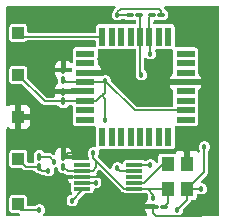
<source format=gtl>
G04 #@! TF.GenerationSoftware,KiCad,Pcbnew,(6.0.9)*
G04 #@! TF.CreationDate,2024-04-27T20:04:49+10:00*
G04 #@! TF.ProjectId,DFO,44464f2e-6b69-4636-9164-5f7063625858,rev?*
G04 #@! TF.SameCoordinates,Original*
G04 #@! TF.FileFunction,Copper,L1,Top*
G04 #@! TF.FilePolarity,Positive*
%FSLAX46Y46*%
G04 Gerber Fmt 4.6, Leading zero omitted, Abs format (unit mm)*
G04 Created by KiCad (PCBNEW (6.0.9)) date 2024-04-27 20:04:49*
%MOMM*%
%LPD*%
G01*
G04 APERTURE LIST*
G04 Aperture macros list*
%AMRoundRect*
0 Rectangle with rounded corners*
0 $1 Rounding radius*
0 $2 $3 $4 $5 $6 $7 $8 $9 X,Y pos of 4 corners*
0 Add a 4 corners polygon primitive as box body*
4,1,4,$2,$3,$4,$5,$6,$7,$8,$9,$2,$3,0*
0 Add four circle primitives for the rounded corners*
1,1,$1+$1,$2,$3*
1,1,$1+$1,$4,$5*
1,1,$1+$1,$6,$7*
1,1,$1+$1,$8,$9*
0 Add four rect primitives between the rounded corners*
20,1,$1+$1,$2,$3,$4,$5,0*
20,1,$1+$1,$4,$5,$6,$7,0*
20,1,$1+$1,$6,$7,$8,$9,0*
20,1,$1+$1,$8,$9,$2,$3,0*%
G04 Aperture macros list end*
G04 #@! TA.AperFunction,SMDPad,CuDef*
%ADD10RoundRect,0.100000X0.100000X-0.217500X0.100000X0.217500X-0.100000X0.217500X-0.100000X-0.217500X0*%
G04 #@! TD*
G04 #@! TA.AperFunction,SMDPad,CuDef*
%ADD11R,1.000000X1.000000*%
G04 #@! TD*
G04 #@! TA.AperFunction,SMDPad,CuDef*
%ADD12RoundRect,0.100000X-0.100000X0.217500X-0.100000X-0.217500X0.100000X-0.217500X0.100000X0.217500X0*%
G04 #@! TD*
G04 #@! TA.AperFunction,SMDPad,CuDef*
%ADD13RoundRect,0.100000X0.217500X0.100000X-0.217500X0.100000X-0.217500X-0.100000X0.217500X-0.100000X0*%
G04 #@! TD*
G04 #@! TA.AperFunction,SMDPad,CuDef*
%ADD14RoundRect,0.100000X-0.217500X-0.100000X0.217500X-0.100000X0.217500X0.100000X-0.217500X0.100000X0*%
G04 #@! TD*
G04 #@! TA.AperFunction,SMDPad,CuDef*
%ADD15R,1.600000X0.550000*%
G04 #@! TD*
G04 #@! TA.AperFunction,SMDPad,CuDef*
%ADD16R,0.550000X1.600000*%
G04 #@! TD*
G04 #@! TA.AperFunction,SMDPad,CuDef*
%ADD17R,1.400000X0.300000*%
G04 #@! TD*
G04 #@! TA.AperFunction,SMDPad,CuDef*
%ADD18R,1.100000X1.300000*%
G04 #@! TD*
G04 #@! TA.AperFunction,ViaPad*
%ADD19C,0.457200*%
G04 #@! TD*
G04 #@! TA.AperFunction,Conductor*
%ADD20C,0.152400*%
G04 #@! TD*
G04 APERTURE END LIST*
D10*
X122936000Y-89561500D03*
X122936000Y-88746500D03*
D11*
X119126000Y-92710000D03*
D10*
X122936000Y-96927500D03*
X122936000Y-96112500D03*
D12*
X120904000Y-96112500D03*
X120904000Y-96927500D03*
D13*
X131217500Y-84074000D03*
X130402500Y-84074000D03*
D14*
X128549000Y-84074000D03*
X129364000Y-84074000D03*
D11*
X119126000Y-89154000D03*
X119126000Y-100076000D03*
D15*
X124782000Y-87370000D03*
X124782000Y-88170000D03*
X124782000Y-88970000D03*
X124782000Y-89770000D03*
X124782000Y-90570000D03*
X124782000Y-91370000D03*
X124782000Y-92170000D03*
X124782000Y-92970000D03*
D16*
X126232000Y-94420000D03*
X127032000Y-94420000D03*
X127832000Y-94420000D03*
X128632000Y-94420000D03*
X129432000Y-94420000D03*
X130232000Y-94420000D03*
X131032000Y-94420000D03*
X131832000Y-94420000D03*
D15*
X133282000Y-92970000D03*
X133282000Y-92170000D03*
X133282000Y-91370000D03*
X133282000Y-90570000D03*
X133282000Y-89770000D03*
X133282000Y-88970000D03*
X133282000Y-88170000D03*
X133282000Y-87370000D03*
D16*
X131832000Y-85920000D03*
X131032000Y-85920000D03*
X130232000Y-85920000D03*
X129432000Y-85920000D03*
X128632000Y-85920000D03*
X127832000Y-85920000D03*
X127032000Y-85920000D03*
X126232000Y-85920000D03*
D11*
X119126000Y-96266000D03*
D17*
X128946000Y-98790000D03*
X128946000Y-98290000D03*
X128946000Y-97790000D03*
X128946000Y-97290000D03*
X128946000Y-96790000D03*
X124546000Y-96790000D03*
X124546000Y-97290000D03*
X124546000Y-97790000D03*
X124546000Y-98290000D03*
X124546000Y-98790000D03*
D11*
X119126000Y-85598000D03*
D10*
X122936000Y-91415000D03*
X122936000Y-90600000D03*
D18*
X133413000Y-98840000D03*
X133413000Y-96740000D03*
X131763000Y-96740000D03*
X131763000Y-98840000D03*
D13*
X131471500Y-100330000D03*
X130656500Y-100330000D03*
D19*
X121920000Y-93980000D03*
X126492000Y-89662000D03*
X126492000Y-92964000D03*
X127508000Y-84074000D03*
X130556000Y-99568000D03*
X125476000Y-95758000D03*
X121666000Y-97282000D03*
X125683700Y-98298000D03*
X120904000Y-100584000D03*
X127508000Y-97028000D03*
X129540000Y-89154000D03*
X130302000Y-96774000D03*
X130302000Y-87376000D03*
X122174000Y-96520000D03*
X123687050Y-99811050D03*
X132588000Y-100584000D03*
X134620000Y-98806000D03*
X134874000Y-95250000D03*
D20*
X119448000Y-85920000D02*
X119126000Y-85598000D01*
X126232000Y-85920000D02*
X119448000Y-85920000D01*
X135636000Y-100076000D02*
X135636000Y-94742000D01*
X133096000Y-95504000D02*
X133413000Y-95821000D01*
X130656500Y-100330000D02*
X130556000Y-100430500D01*
X124546000Y-97790000D02*
X126238000Y-97790000D01*
X133350000Y-93980000D02*
X133096000Y-94234000D01*
X134620000Y-101092000D02*
X135636000Y-100076000D01*
X133413000Y-95821000D02*
X133413000Y-96740000D01*
X126238000Y-97790000D02*
X126492000Y-98044000D01*
X130810000Y-101092000D02*
X134620000Y-101092000D01*
X135636000Y-94742000D02*
X134874000Y-93980000D01*
X130556000Y-100430500D02*
X130556000Y-100838000D01*
X123952000Y-95758000D02*
X123290500Y-95758000D01*
X130556000Y-100838000D02*
X130810000Y-101092000D01*
X133096000Y-94234000D02*
X133096000Y-95504000D01*
X123290500Y-95758000D02*
X122936000Y-96112500D01*
X134874000Y-93980000D02*
X133350000Y-93980000D01*
X126492000Y-89662000D02*
X126384000Y-89770000D01*
X127780200Y-83547800D02*
X131045800Y-83547800D01*
X131471500Y-100330000D02*
X131763000Y-100038500D01*
X124546000Y-97290000D02*
X125408400Y-97290000D01*
X126492000Y-92964000D02*
X126492000Y-91186000D01*
X122936000Y-91415000D02*
X121387000Y-91415000D01*
X125476000Y-96182400D02*
X125476000Y-95758000D01*
X125408400Y-97290000D02*
X125730000Y-96968400D01*
X128549000Y-84074000D02*
X127508000Y-84074000D01*
X133282000Y-92170000D02*
X129000000Y-92170000D01*
X128083600Y-98790000D02*
X125644800Y-96351200D01*
X124782000Y-91370000D02*
X125734400Y-91370000D01*
X130082000Y-98840000D02*
X130556000Y-99314000D01*
X128946000Y-98790000D02*
X128083600Y-98790000D01*
X130776000Y-98840000D02*
X130082000Y-98840000D01*
X121387000Y-91415000D02*
X119126000Y-89154000D01*
X129000000Y-92170000D02*
X126492000Y-89662000D01*
X127508000Y-83820000D02*
X127780200Y-83547800D01*
X128996000Y-98840000D02*
X128946000Y-98790000D01*
X125734400Y-91370000D02*
X126205200Y-90899200D01*
X125730000Y-96968400D02*
X125730000Y-96436400D01*
X130082000Y-98840000D02*
X128996000Y-98840000D01*
X123298500Y-97290000D02*
X122936000Y-96927500D01*
X127508000Y-84074000D02*
X127508000Y-83820000D01*
X126384000Y-89770000D02*
X124782000Y-89770000D01*
X126205200Y-90899200D02*
X126426400Y-90678000D01*
X130556000Y-99314000D02*
X130556000Y-99568000D01*
X124546000Y-97290000D02*
X123298500Y-97290000D01*
X131763000Y-98840000D02*
X130776000Y-98840000D01*
X126426400Y-89727600D02*
X126492000Y-89662000D01*
X123144500Y-89770000D02*
X124782000Y-89770000D01*
X124782000Y-91370000D02*
X122981000Y-91370000D01*
X126492000Y-91186000D02*
X126205200Y-90899200D01*
X126426400Y-90678000D02*
X126426400Y-89727600D01*
X131217500Y-83719500D02*
X131217500Y-84074000D01*
X122981000Y-91370000D02*
X122936000Y-91415000D01*
X125644800Y-96351200D02*
X125476000Y-96182400D01*
X131045800Y-83547800D02*
X131217500Y-83719500D01*
X122936000Y-89561500D02*
X123144500Y-89770000D01*
X131763000Y-100038500D02*
X131763000Y-98840000D01*
X125730000Y-96436400D02*
X125644800Y-96351200D01*
X121158000Y-97282000D02*
X120904000Y-97028000D01*
X120904000Y-97028000D02*
X120904000Y-96927500D01*
X119787500Y-96927500D02*
X119126000Y-96266000D01*
X120904000Y-96927500D02*
X119787500Y-96927500D01*
X121666000Y-97282000D02*
X121158000Y-97282000D01*
X120904000Y-100584000D02*
X119380000Y-100584000D01*
X119380000Y-100584000D02*
X119126000Y-100330000D01*
X125675700Y-98290000D02*
X125683700Y-98298000D01*
X124546000Y-98290000D02*
X125675700Y-98290000D01*
X119126000Y-100330000D02*
X119126000Y-100076000D01*
X128946000Y-97290000D02*
X127770000Y-97290000D01*
X129432000Y-84142000D02*
X129432000Y-85920000D01*
X127770000Y-97290000D02*
X127508000Y-97028000D01*
X129364000Y-84074000D02*
X129432000Y-84142000D01*
X129432000Y-89046000D02*
X129432000Y-85920000D01*
X129540000Y-89154000D02*
X129432000Y-89046000D01*
X128946000Y-96790000D02*
X130286000Y-96790000D01*
X130286000Y-96790000D02*
X130302000Y-96774000D01*
X130302000Y-87376000D02*
X130302000Y-85990000D01*
X130402500Y-84074000D02*
X130232000Y-84244500D01*
X130302000Y-85990000D02*
X130232000Y-85920000D01*
X130232000Y-84244500D02*
X130232000Y-85920000D01*
X122174000Y-96520000D02*
X121766500Y-96112500D01*
X121766500Y-96112500D02*
X120904000Y-96112500D01*
X124546000Y-98952100D02*
X123687050Y-99811050D01*
X124546000Y-98790000D02*
X124546000Y-98952100D01*
X128946000Y-98290000D02*
X129802000Y-98290000D01*
X131352000Y-96740000D02*
X131763000Y-96740000D01*
X129802000Y-98290000D02*
X131352000Y-96740000D01*
X133413000Y-98840000D02*
X134874000Y-97379000D01*
X134874000Y-97379000D02*
X134874000Y-95250000D01*
X133413000Y-99759000D02*
X132588000Y-100584000D01*
X134620000Y-98806000D02*
X133447000Y-98806000D01*
X133447000Y-98806000D02*
X133413000Y-98840000D01*
X133413000Y-98840000D02*
X133413000Y-99759000D01*
G04 #@! TA.AperFunction,Conductor*
G36*
X136089621Y-83328502D02*
G01*
X136136114Y-83382158D01*
X136147500Y-83434500D01*
X136147500Y-100969500D01*
X136127498Y-101037621D01*
X136073842Y-101084114D01*
X136021500Y-101095500D01*
X133055283Y-101095500D01*
X132987162Y-101075498D01*
X132940669Y-101021842D01*
X132930565Y-100951568D01*
X132961868Y-100884945D01*
X132983249Y-100861324D01*
X132983250Y-100861323D01*
X132989277Y-100854664D01*
X132996490Y-100839778D01*
X133045199Y-100739241D01*
X133045199Y-100739240D01*
X133049114Y-100731160D01*
X133071883Y-100595826D01*
X133074090Y-100596197D01*
X133096670Y-100538750D01*
X133107106Y-100526918D01*
X133630031Y-100003993D01*
X133638135Y-99996566D01*
X133658683Y-99979324D01*
X133667128Y-99972238D01*
X133686045Y-99939473D01*
X133691951Y-99930202D01*
X133707337Y-99908229D01*
X133707338Y-99908228D01*
X133713659Y-99899200D01*
X133716512Y-99888553D01*
X133718013Y-99885334D01*
X133719225Y-99882004D01*
X133724734Y-99872462D01*
X133729643Y-99844620D01*
X133761171Y-99781008D01*
X133822085Y-99744538D01*
X133853729Y-99740500D01*
X133987674Y-99740500D01*
X134060740Y-99725966D01*
X134143601Y-99670601D01*
X134198966Y-99587740D01*
X134213500Y-99514674D01*
X134213500Y-99346231D01*
X134233502Y-99278110D01*
X134287158Y-99231617D01*
X134357432Y-99221513D01*
X134395146Y-99235925D01*
X134396046Y-99234037D01*
X134404146Y-99237900D01*
X134411621Y-99242876D01*
X134505388Y-99272171D01*
X134534044Y-99281124D01*
X134534045Y-99281124D01*
X134542613Y-99283801D01*
X134608829Y-99285014D01*
X134670849Y-99286151D01*
X134670852Y-99286151D01*
X134679826Y-99286315D01*
X134724387Y-99274167D01*
X134803568Y-99252580D01*
X134803571Y-99252579D01*
X134812230Y-99250218D01*
X134819880Y-99245521D01*
X134819882Y-99245520D01*
X134921529Y-99183109D01*
X134921532Y-99183106D01*
X134929181Y-99178410D01*
X134937634Y-99169072D01*
X135015249Y-99083324D01*
X135015250Y-99083323D01*
X135021277Y-99076664D01*
X135027876Y-99063045D01*
X135077199Y-98961241D01*
X135077199Y-98961240D01*
X135081114Y-98953160D01*
X135103883Y-98817826D01*
X135104027Y-98806000D01*
X135084572Y-98670150D01*
X135027770Y-98545220D01*
X134938187Y-98441255D01*
X134930656Y-98436374D01*
X134930653Y-98436371D01*
X134830557Y-98371492D01*
X134830555Y-98371491D01*
X134823026Y-98366611D01*
X134691544Y-98327290D01*
X134682566Y-98327235D01*
X134673688Y-98325908D01*
X134674244Y-98322191D01*
X134623261Y-98306937D01*
X134577043Y-98253044D01*
X134567300Y-98182719D01*
X134597124Y-98118290D01*
X134602829Y-98112195D01*
X135091031Y-97623993D01*
X135099135Y-97616566D01*
X135108979Y-97608306D01*
X135128128Y-97592238D01*
X135147052Y-97559460D01*
X135152947Y-97550207D01*
X135174659Y-97519199D01*
X135177512Y-97508551D01*
X135179012Y-97505334D01*
X135180223Y-97502007D01*
X135185734Y-97492462D01*
X135192305Y-97455197D01*
X135194684Y-97444468D01*
X135201625Y-97418565D01*
X135201625Y-97418560D01*
X135204478Y-97407914D01*
X135201180Y-97370220D01*
X135200700Y-97359238D01*
X135200700Y-95651612D01*
X135220702Y-95583491D01*
X135233285Y-95567057D01*
X135269249Y-95527324D01*
X135269250Y-95527322D01*
X135275277Y-95520664D01*
X135335114Y-95397160D01*
X135351196Y-95301572D01*
X135357077Y-95266618D01*
X135357077Y-95266615D01*
X135357883Y-95261826D01*
X135358027Y-95250000D01*
X135352676Y-95212637D01*
X135339845Y-95123036D01*
X135339844Y-95123033D01*
X135338572Y-95114150D01*
X135281770Y-94989220D01*
X135192187Y-94885255D01*
X135184656Y-94880374D01*
X135184653Y-94880371D01*
X135084557Y-94815492D01*
X135084555Y-94815491D01*
X135077026Y-94810611D01*
X134945544Y-94771290D01*
X134936568Y-94771235D01*
X134936567Y-94771235D01*
X134879868Y-94770888D01*
X134808310Y-94770451D01*
X134676357Y-94808164D01*
X134560292Y-94881395D01*
X134469447Y-94984258D01*
X134411123Y-95108484D01*
X134390009Y-95244087D01*
X134391173Y-95252989D01*
X134391173Y-95252992D01*
X134396959Y-95297235D01*
X134407803Y-95380164D01*
X134463075Y-95505778D01*
X134472262Y-95516707D01*
X134493294Y-95541729D01*
X134521815Y-95606746D01*
X134510657Y-95676860D01*
X134463364Y-95729812D01*
X134394951Y-95748789D01*
X134321277Y-95723629D01*
X134216648Y-95645214D01*
X134201054Y-95636676D01*
X134080606Y-95591522D01*
X134065351Y-95587895D01*
X134014486Y-95582369D01*
X134007672Y-95582000D01*
X133685115Y-95582000D01*
X133669876Y-95586475D01*
X133668671Y-95587865D01*
X133667000Y-95595548D01*
X133667000Y-96868000D01*
X133646998Y-96936121D01*
X133593342Y-96982614D01*
X133541000Y-96994000D01*
X133285000Y-96994000D01*
X133216879Y-96973998D01*
X133170386Y-96920342D01*
X133159000Y-96868000D01*
X133159000Y-95600116D01*
X133154525Y-95584877D01*
X133153135Y-95583672D01*
X133145452Y-95582001D01*
X132818331Y-95582001D01*
X132811510Y-95582371D01*
X132760648Y-95587895D01*
X132745396Y-95591521D01*
X132624946Y-95636676D01*
X132609351Y-95645214D01*
X132507276Y-95721715D01*
X132494715Y-95734276D01*
X132452611Y-95790455D01*
X132395752Y-95832970D01*
X132340750Y-95840112D01*
X132337674Y-95839500D01*
X131188326Y-95839500D01*
X131115260Y-95854034D01*
X131104943Y-95860928D01*
X131104942Y-95860928D01*
X131077507Y-95879259D01*
X131032399Y-95909399D01*
X130977034Y-95992260D01*
X130962500Y-96065326D01*
X130962500Y-96487526D01*
X130942498Y-96555647D01*
X130888842Y-96602140D01*
X130818568Y-96612244D01*
X130753988Y-96582750D01*
X130721799Y-96539676D01*
X130713488Y-96521396D01*
X130713486Y-96521393D01*
X130709770Y-96513220D01*
X130620187Y-96409255D01*
X130612656Y-96404374D01*
X130612653Y-96404371D01*
X130512557Y-96339492D01*
X130512555Y-96339491D01*
X130505026Y-96334611D01*
X130373544Y-96295290D01*
X130364568Y-96295235D01*
X130364567Y-96295235D01*
X130307868Y-96294888D01*
X130236310Y-96294451D01*
X130104357Y-96332164D01*
X129988292Y-96405395D01*
X129982350Y-96412123D01*
X129974768Y-96420708D01*
X129914682Y-96458526D01*
X129880327Y-96463300D01*
X129870661Y-96463300D01*
X129800660Y-96442066D01*
X129754058Y-96410928D01*
X129754057Y-96410928D01*
X129743740Y-96404034D01*
X129670674Y-96389500D01*
X128221326Y-96389500D01*
X128148260Y-96404034D01*
X128137943Y-96410928D01*
X128137942Y-96410928D01*
X128130266Y-96416057D01*
X128065399Y-96459399D01*
X128010034Y-96542260D01*
X128007613Y-96554429D01*
X128007613Y-96554430D01*
X128003957Y-96572810D01*
X127971048Y-96635719D01*
X127909353Y-96670850D01*
X127838458Y-96667049D01*
X127811845Y-96653959D01*
X127718557Y-96593492D01*
X127718555Y-96593491D01*
X127711026Y-96588611D01*
X127579544Y-96549290D01*
X127570568Y-96549235D01*
X127570567Y-96549235D01*
X127513868Y-96548888D01*
X127442310Y-96548451D01*
X127310357Y-96586164D01*
X127194292Y-96659395D01*
X127188350Y-96666123D01*
X127188349Y-96666124D01*
X127153443Y-96705648D01*
X127103447Y-96762258D01*
X127045123Y-96886484D01*
X127043743Y-96895349D01*
X127043742Y-96895351D01*
X127028995Y-96990066D01*
X126998751Y-97054298D01*
X126938581Y-97091983D01*
X126867589Y-97091155D01*
X126815400Y-97059776D01*
X126000351Y-96244727D01*
X125992924Y-96236623D01*
X125989640Y-96232709D01*
X125984128Y-96223162D01*
X125955135Y-96198834D01*
X125947031Y-96191407D01*
X125910303Y-96154679D01*
X125876277Y-96092367D01*
X125881342Y-96021552D01*
X125886001Y-96010657D01*
X125937114Y-95905160D01*
X125953547Y-95807488D01*
X125959077Y-95774618D01*
X125959077Y-95774615D01*
X125959883Y-95769826D01*
X125960027Y-95758000D01*
X125940572Y-95622150D01*
X125942096Y-95621932D01*
X125942167Y-95560862D01*
X125980620Y-95501180D01*
X126045234Y-95471762D01*
X126063022Y-95470500D01*
X126531674Y-95470500D01*
X126604740Y-95455966D01*
X126605481Y-95459693D01*
X126654382Y-95454440D01*
X126659010Y-95455799D01*
X126659260Y-95455966D01*
X126732326Y-95470500D01*
X127331674Y-95470500D01*
X127404740Y-95455966D01*
X127405481Y-95459693D01*
X127454382Y-95454440D01*
X127459010Y-95455799D01*
X127459260Y-95455966D01*
X127532326Y-95470500D01*
X128131674Y-95470500D01*
X128204740Y-95455966D01*
X128205481Y-95459693D01*
X128254382Y-95454440D01*
X128259010Y-95455799D01*
X128259260Y-95455966D01*
X128332326Y-95470500D01*
X128931674Y-95470500D01*
X129004740Y-95455966D01*
X129005481Y-95459693D01*
X129054382Y-95454440D01*
X129059010Y-95455799D01*
X129059260Y-95455966D01*
X129132326Y-95470500D01*
X129731674Y-95470500D01*
X129804740Y-95455966D01*
X129805481Y-95459693D01*
X129854382Y-95454440D01*
X129859010Y-95455799D01*
X129859260Y-95455966D01*
X129932326Y-95470500D01*
X130531674Y-95470500D01*
X130604740Y-95455966D01*
X130605481Y-95459693D01*
X130654382Y-95454440D01*
X130659010Y-95455799D01*
X130659260Y-95455966D01*
X130732326Y-95470500D01*
X131331674Y-95470500D01*
X131404740Y-95455966D01*
X131405481Y-95459693D01*
X131454382Y-95454440D01*
X131459010Y-95455799D01*
X131459260Y-95455966D01*
X131532326Y-95470500D01*
X132131674Y-95470500D01*
X132204740Y-95455966D01*
X132230755Y-95438584D01*
X132277286Y-95407493D01*
X132287601Y-95400601D01*
X132342966Y-95317740D01*
X132357500Y-95244674D01*
X132357500Y-93621500D01*
X132377502Y-93553379D01*
X132431158Y-93506886D01*
X132483500Y-93495500D01*
X134106674Y-93495500D01*
X134179740Y-93480966D01*
X134262601Y-93425601D01*
X134317966Y-93342740D01*
X134332500Y-93269674D01*
X134332500Y-92670326D01*
X134317966Y-92597260D01*
X134321693Y-92596519D01*
X134316440Y-92547618D01*
X134317799Y-92542990D01*
X134317966Y-92542740D01*
X134332500Y-92469674D01*
X134332500Y-91870326D01*
X134317966Y-91797260D01*
X134321693Y-91796519D01*
X134316440Y-91747618D01*
X134317799Y-91742990D01*
X134317966Y-91742740D01*
X134332500Y-91669674D01*
X134332500Y-91070326D01*
X134317966Y-90997260D01*
X134321693Y-90996519D01*
X134316440Y-90947618D01*
X134317799Y-90942990D01*
X134317966Y-90942740D01*
X134332500Y-90869674D01*
X134332500Y-90555173D01*
X134352502Y-90487052D01*
X134382935Y-90454347D01*
X134437724Y-90413285D01*
X134450285Y-90400724D01*
X134526786Y-90298649D01*
X134535324Y-90283054D01*
X134580478Y-90162606D01*
X134584105Y-90147351D01*
X134589631Y-90096486D01*
X134590000Y-90089672D01*
X134590000Y-90042115D01*
X134585525Y-90026876D01*
X134584135Y-90025671D01*
X134576452Y-90024000D01*
X131992116Y-90024000D01*
X131976877Y-90028475D01*
X131975672Y-90029865D01*
X131974001Y-90037548D01*
X131974001Y-90089669D01*
X131974371Y-90096490D01*
X131979895Y-90147352D01*
X131983521Y-90162604D01*
X132028676Y-90283054D01*
X132037214Y-90298649D01*
X132113715Y-90400724D01*
X132126276Y-90413285D01*
X132181065Y-90454347D01*
X132223580Y-90511206D01*
X132231500Y-90555173D01*
X132231500Y-90869674D01*
X132237471Y-90899690D01*
X132246034Y-90942740D01*
X132242307Y-90943481D01*
X132247560Y-90992382D01*
X132246201Y-90997010D01*
X132246034Y-90997260D01*
X132231500Y-91070326D01*
X132231500Y-91669674D01*
X132236084Y-91692717D01*
X132229756Y-91763431D01*
X132186203Y-91819499D01*
X132112505Y-91843300D01*
X129187514Y-91843300D01*
X129119393Y-91823298D01*
X129098419Y-91806395D01*
X127009386Y-89717362D01*
X126975360Y-89655050D01*
X126973754Y-89646129D01*
X126957845Y-89535036D01*
X126957844Y-89535033D01*
X126956572Y-89526150D01*
X126951198Y-89514329D01*
X126936013Y-89480932D01*
X126899770Y-89401220D01*
X126810187Y-89297255D01*
X126802656Y-89292374D01*
X126802653Y-89292371D01*
X126702557Y-89227492D01*
X126702555Y-89227491D01*
X126695026Y-89222611D01*
X126563544Y-89183290D01*
X126554568Y-89183235D01*
X126554567Y-89183235D01*
X126497868Y-89182888D01*
X126426310Y-89182451D01*
X126294357Y-89220164D01*
X126249913Y-89248206D01*
X126248114Y-89249341D01*
X126179829Y-89268775D01*
X126111877Y-89248206D01*
X126098366Y-89238003D01*
X126084135Y-89225671D01*
X126076452Y-89224000D01*
X125054115Y-89224000D01*
X125003947Y-89238731D01*
X125002879Y-89239416D01*
X124967447Y-89244500D01*
X124654000Y-89244500D01*
X124585879Y-89224498D01*
X124539386Y-89170842D01*
X124528000Y-89118500D01*
X124528000Y-88842000D01*
X124548002Y-88773879D01*
X124601658Y-88727386D01*
X124654000Y-88716000D01*
X126071884Y-88716000D01*
X126087123Y-88711525D01*
X126088328Y-88710135D01*
X126089999Y-88702452D01*
X126089999Y-88650331D01*
X126089629Y-88643510D01*
X126084105Y-88592648D01*
X126080479Y-88577396D01*
X126035324Y-88456946D01*
X126026786Y-88441351D01*
X125950285Y-88339276D01*
X125937724Y-88326715D01*
X125882935Y-88285653D01*
X125840420Y-88228794D01*
X125832500Y-88184827D01*
X125832500Y-87870326D01*
X125817966Y-87797260D01*
X125821693Y-87796519D01*
X125816440Y-87747618D01*
X125817799Y-87742990D01*
X125817966Y-87742740D01*
X125832500Y-87669674D01*
X125832500Y-87096500D01*
X125852502Y-87028379D01*
X125906158Y-86981886D01*
X125958500Y-86970500D01*
X126531674Y-86970500D01*
X126604740Y-86955966D01*
X126605481Y-86959693D01*
X126654382Y-86954440D01*
X126659010Y-86955799D01*
X126659260Y-86955966D01*
X126732326Y-86970500D01*
X127331674Y-86970500D01*
X127404740Y-86955966D01*
X127405481Y-86959693D01*
X127454382Y-86954440D01*
X127459010Y-86955799D01*
X127459260Y-86955966D01*
X127532326Y-86970500D01*
X128131674Y-86970500D01*
X128204740Y-86955966D01*
X128205481Y-86959693D01*
X128254382Y-86954440D01*
X128259010Y-86955799D01*
X128259260Y-86955966D01*
X128332326Y-86970500D01*
X128931674Y-86970500D01*
X128954718Y-86965916D01*
X129025431Y-86972244D01*
X129081499Y-87015797D01*
X129105300Y-87089495D01*
X129105300Y-88924362D01*
X129093355Y-88977911D01*
X129077123Y-89012484D01*
X129075743Y-89021349D01*
X129075742Y-89021351D01*
X129057713Y-89137145D01*
X129056009Y-89148087D01*
X129057173Y-89156989D01*
X129057173Y-89156992D01*
X129060510Y-89182506D01*
X129073803Y-89284164D01*
X129082556Y-89304057D01*
X129121538Y-89392648D01*
X129129075Y-89409778D01*
X129217380Y-89514831D01*
X129331621Y-89590876D01*
X129425388Y-89620171D01*
X129454044Y-89629124D01*
X129454045Y-89629124D01*
X129462613Y-89631801D01*
X129528829Y-89633014D01*
X129590849Y-89634151D01*
X129590852Y-89634151D01*
X129599826Y-89634315D01*
X129644387Y-89622167D01*
X129723568Y-89600580D01*
X129723571Y-89600579D01*
X129732230Y-89598218D01*
X129739880Y-89593521D01*
X129739882Y-89593520D01*
X129841529Y-89531109D01*
X129841532Y-89531106D01*
X129849181Y-89526410D01*
X129860117Y-89514329D01*
X129935249Y-89431324D01*
X129935250Y-89431323D01*
X129941277Y-89424664D01*
X129948490Y-89409778D01*
X129997199Y-89309241D01*
X129997199Y-89309240D01*
X130001114Y-89301160D01*
X130023883Y-89165826D01*
X130024027Y-89154000D01*
X130009859Y-89055068D01*
X130005845Y-89027036D01*
X130005844Y-89027033D01*
X130004572Y-89018150D01*
X129947770Y-88893220D01*
X129858187Y-88789255D01*
X129850653Y-88784372D01*
X129850650Y-88784369D01*
X129816168Y-88762019D01*
X129769884Y-88708183D01*
X129758700Y-88656287D01*
X129758700Y-87819489D01*
X129778702Y-87751368D01*
X129832358Y-87704875D01*
X129902632Y-87694771D01*
X129968685Y-87725560D01*
X129973600Y-87729954D01*
X129979380Y-87736831D01*
X130093621Y-87812876D01*
X130187388Y-87842171D01*
X130216044Y-87851124D01*
X130216045Y-87851124D01*
X130224613Y-87853801D01*
X130290829Y-87855014D01*
X130352849Y-87856151D01*
X130352852Y-87856151D01*
X130361826Y-87856315D01*
X130406387Y-87844167D01*
X130485568Y-87822580D01*
X130485571Y-87822579D01*
X130494230Y-87820218D01*
X130501880Y-87815521D01*
X130501882Y-87815520D01*
X130603529Y-87753109D01*
X130603532Y-87753106D01*
X130611181Y-87748410D01*
X130617210Y-87741750D01*
X130697249Y-87653324D01*
X130697250Y-87653323D01*
X130703277Y-87646664D01*
X130710490Y-87631778D01*
X130759199Y-87531241D01*
X130759199Y-87531240D01*
X130763114Y-87523160D01*
X130785883Y-87387826D01*
X130786027Y-87376000D01*
X130766572Y-87240150D01*
X130724970Y-87148651D01*
X130714984Y-87078360D01*
X130744584Y-87013829D01*
X130804374Y-86975545D01*
X130839671Y-86970500D01*
X131331674Y-86970500D01*
X131404740Y-86955966D01*
X131405481Y-86959693D01*
X131454382Y-86954440D01*
X131459010Y-86955799D01*
X131459260Y-86955966D01*
X131532326Y-86970500D01*
X132105500Y-86970500D01*
X132173621Y-86990502D01*
X132220114Y-87044158D01*
X132231500Y-87096500D01*
X132231500Y-87669674D01*
X132232707Y-87675741D01*
X132246034Y-87742740D01*
X132242307Y-87743481D01*
X132247560Y-87792382D01*
X132246201Y-87797010D01*
X132246034Y-87797260D01*
X132231500Y-87870326D01*
X132231500Y-88469674D01*
X132232707Y-88475741D01*
X132246034Y-88542740D01*
X132242307Y-88543481D01*
X132247560Y-88592382D01*
X132246201Y-88597010D01*
X132246034Y-88597260D01*
X132231500Y-88670326D01*
X132231500Y-88984827D01*
X132211498Y-89052948D01*
X132181065Y-89085653D01*
X132126276Y-89126715D01*
X132113715Y-89139276D01*
X132037214Y-89241351D01*
X132028676Y-89256946D01*
X131983522Y-89377394D01*
X131979895Y-89392649D01*
X131974369Y-89443514D01*
X131974000Y-89450328D01*
X131974000Y-89497885D01*
X131978475Y-89513124D01*
X131979865Y-89514329D01*
X131987548Y-89516000D01*
X134571884Y-89516000D01*
X134587123Y-89511525D01*
X134588328Y-89510135D01*
X134589999Y-89502452D01*
X134589999Y-89450331D01*
X134589629Y-89443510D01*
X134584105Y-89392648D01*
X134580479Y-89377396D01*
X134535324Y-89256946D01*
X134526786Y-89241351D01*
X134450285Y-89139276D01*
X134437724Y-89126715D01*
X134382935Y-89085653D01*
X134340420Y-89028794D01*
X134332500Y-88984827D01*
X134332500Y-88670326D01*
X134317966Y-88597260D01*
X134321693Y-88596519D01*
X134316440Y-88547618D01*
X134317799Y-88542990D01*
X134317966Y-88542740D01*
X134332500Y-88469674D01*
X134332500Y-87870326D01*
X134317966Y-87797260D01*
X134321693Y-87796519D01*
X134316440Y-87747618D01*
X134317799Y-87742990D01*
X134317966Y-87742740D01*
X134332500Y-87669674D01*
X134332500Y-87070326D01*
X134317966Y-86997260D01*
X134262601Y-86914399D01*
X134179740Y-86859034D01*
X134106674Y-86844500D01*
X132483500Y-86844500D01*
X132415379Y-86824498D01*
X132368886Y-86770842D01*
X132357500Y-86718500D01*
X132357500Y-85095326D01*
X132342966Y-85022260D01*
X132287601Y-84939399D01*
X132204740Y-84884034D01*
X132131674Y-84869500D01*
X131532326Y-84869500D01*
X131459260Y-84884034D01*
X131458519Y-84880307D01*
X131409618Y-84885560D01*
X131404990Y-84884201D01*
X131404740Y-84884034D01*
X131331674Y-84869500D01*
X130732326Y-84869500D01*
X130709282Y-84874084D01*
X130638569Y-84867756D01*
X130582501Y-84824203D01*
X130558700Y-84750505D01*
X130558700Y-84647224D01*
X130578702Y-84579103D01*
X130632358Y-84532610D01*
X130666349Y-84522568D01*
X130712420Y-84515786D01*
X130712427Y-84515784D01*
X130722112Y-84514358D01*
X130730903Y-84510042D01*
X130754514Y-84498450D01*
X130824478Y-84486384D01*
X130865376Y-84498354D01*
X130889694Y-84510241D01*
X130889698Y-84510242D01*
X130898482Y-84514536D01*
X130908157Y-84515948D01*
X130908159Y-84515948D01*
X130962256Y-84523840D01*
X130962260Y-84523840D01*
X130966782Y-84524500D01*
X131468218Y-84524500D01*
X131472768Y-84523830D01*
X131472771Y-84523830D01*
X131527426Y-84515784D01*
X131527427Y-84515784D01*
X131537112Y-84514358D01*
X131612200Y-84477492D01*
X131632507Y-84467522D01*
X131632509Y-84467521D01*
X131641855Y-84462932D01*
X131699621Y-84405065D01*
X131716935Y-84387721D01*
X131716935Y-84387720D01*
X131724293Y-84380350D01*
X131775536Y-84275518D01*
X131779984Y-84245027D01*
X131784840Y-84211744D01*
X131784840Y-84211740D01*
X131785500Y-84207218D01*
X131785500Y-83940782D01*
X131784279Y-83932484D01*
X131776784Y-83881574D01*
X131776784Y-83881573D01*
X131775358Y-83871888D01*
X131723932Y-83767145D01*
X131682442Y-83725727D01*
X131648721Y-83692065D01*
X131648720Y-83692065D01*
X131641350Y-83684707D01*
X131631314Y-83679801D01*
X131582986Y-83656178D01*
X131529190Y-83605960D01*
X131528236Y-83604307D01*
X131523172Y-83594579D01*
X131521012Y-83589947D01*
X131518159Y-83579300D01*
X131496450Y-83548298D01*
X131490551Y-83539038D01*
X131477140Y-83515809D01*
X131477140Y-83515808D01*
X131471628Y-83506262D01*
X131472591Y-83505706D01*
X131448409Y-83450450D01*
X131459626Y-83380346D01*
X131506965Y-83327434D01*
X131573395Y-83308500D01*
X136021500Y-83308500D01*
X136089621Y-83328502D01*
G37*
G04 #@! TD.AperFunction*
G04 #@! TA.AperFunction,Conductor*
G36*
X127321407Y-83328502D02*
G01*
X127367900Y-83382158D01*
X127378004Y-83452432D01*
X127348510Y-83517012D01*
X127342381Y-83523595D01*
X127290969Y-83575007D01*
X127282865Y-83582434D01*
X127253872Y-83606762D01*
X127234950Y-83639536D01*
X127229053Y-83648793D01*
X127207341Y-83679801D01*
X127205703Y-83685914D01*
X127189073Y-83711304D01*
X127103447Y-83808258D01*
X127045123Y-83932484D01*
X127043743Y-83941349D01*
X127043742Y-83941351D01*
X127043114Y-83945388D01*
X127024009Y-84068087D01*
X127041803Y-84204164D01*
X127097075Y-84329778D01*
X127185380Y-84434831D01*
X127299621Y-84510876D01*
X127369187Y-84532610D01*
X127422044Y-84549124D01*
X127422045Y-84549124D01*
X127430613Y-84551801D01*
X127496829Y-84553014D01*
X127558849Y-84554151D01*
X127558852Y-84554151D01*
X127567826Y-84554315D01*
X127612387Y-84542167D01*
X127691568Y-84520580D01*
X127691571Y-84520579D01*
X127700230Y-84518218D01*
X127707880Y-84513521D01*
X127707882Y-84513520D01*
X127809533Y-84451106D01*
X127809534Y-84451106D01*
X127817181Y-84446410D01*
X127823202Y-84439758D01*
X127830114Y-84434020D01*
X127831528Y-84435723D01*
X127881579Y-84405065D01*
X127914457Y-84400700D01*
X128010321Y-84400700D01*
X128078442Y-84420702D01*
X128099339Y-84437527D01*
X128117406Y-84455562D01*
X128125150Y-84463293D01*
X128229982Y-84514536D01*
X128255221Y-84518218D01*
X128293756Y-84523840D01*
X128293760Y-84523840D01*
X128298282Y-84524500D01*
X128799718Y-84524500D01*
X128804268Y-84523830D01*
X128804271Y-84523830D01*
X128858926Y-84515784D01*
X128858927Y-84515784D01*
X128868612Y-84514358D01*
X128877403Y-84510042D01*
X128901014Y-84498450D01*
X128970978Y-84486384D01*
X129011877Y-84498354D01*
X129034634Y-84509478D01*
X129087050Y-84557364D01*
X129105300Y-84622678D01*
X129105300Y-84750505D01*
X129085298Y-84818626D01*
X129031642Y-84865119D01*
X128954718Y-84874084D01*
X128931674Y-84869500D01*
X128332326Y-84869500D01*
X128259260Y-84884034D01*
X128258519Y-84880307D01*
X128209618Y-84885560D01*
X128204990Y-84884201D01*
X128204740Y-84884034D01*
X128131674Y-84869500D01*
X127532326Y-84869500D01*
X127459260Y-84884034D01*
X127458519Y-84880307D01*
X127409618Y-84885560D01*
X127404990Y-84884201D01*
X127404740Y-84884034D01*
X127331674Y-84869500D01*
X126732326Y-84869500D01*
X126659260Y-84884034D01*
X126658519Y-84880307D01*
X126609618Y-84885560D01*
X126604990Y-84884201D01*
X126604740Y-84884034D01*
X126531674Y-84869500D01*
X125932326Y-84869500D01*
X125859260Y-84884034D01*
X125776399Y-84939399D01*
X125721034Y-85022260D01*
X125706500Y-85095326D01*
X125706500Y-85467300D01*
X125686498Y-85535421D01*
X125632842Y-85581914D01*
X125580500Y-85593300D01*
X120002500Y-85593300D01*
X119934379Y-85573298D01*
X119887886Y-85519642D01*
X119876500Y-85467300D01*
X119876500Y-85073326D01*
X119861966Y-85000260D01*
X119806601Y-84917399D01*
X119742960Y-84874876D01*
X119734058Y-84868928D01*
X119734057Y-84868928D01*
X119723740Y-84862034D01*
X119650674Y-84847500D01*
X118601326Y-84847500D01*
X118528260Y-84862034D01*
X118517943Y-84868928D01*
X118517942Y-84868928D01*
X118509040Y-84874876D01*
X118445399Y-84917399D01*
X118390034Y-85000260D01*
X118375500Y-85073326D01*
X118375500Y-86122674D01*
X118390034Y-86195740D01*
X118445399Y-86278601D01*
X118528260Y-86333966D01*
X118601326Y-86348500D01*
X119650674Y-86348500D01*
X119723740Y-86333966D01*
X119803303Y-86280805D01*
X119803306Y-86280803D01*
X119806601Y-86278601D01*
X119806798Y-86278896D01*
X119860486Y-86249579D01*
X119887269Y-86246700D01*
X125580500Y-86246700D01*
X125648621Y-86266702D01*
X125695114Y-86320358D01*
X125706500Y-86372700D01*
X125706500Y-86718500D01*
X125686498Y-86786621D01*
X125632842Y-86833114D01*
X125580500Y-86844500D01*
X123957326Y-86844500D01*
X123884260Y-86859034D01*
X123801399Y-86914399D01*
X123746034Y-86997260D01*
X123731500Y-87070326D01*
X123731500Y-87669674D01*
X123732707Y-87675741D01*
X123746034Y-87742740D01*
X123742307Y-87743481D01*
X123747560Y-87792382D01*
X123746201Y-87797010D01*
X123746034Y-87797260D01*
X123731500Y-87870326D01*
X123731500Y-88065462D01*
X123711498Y-88133583D01*
X123657842Y-88180076D01*
X123587568Y-88190180D01*
X123522988Y-88160686D01*
X123505538Y-88142166D01*
X123474656Y-88101920D01*
X123463080Y-88090344D01*
X123349176Y-88002941D01*
X123334993Y-87994753D01*
X123202351Y-87939811D01*
X123186531Y-87935572D01*
X123153960Y-87931284D01*
X123139778Y-87933495D01*
X123136000Y-87946652D01*
X123136000Y-88528385D01*
X123140475Y-88543624D01*
X123141865Y-88544829D01*
X123149548Y-88546500D01*
X123558000Y-88546500D01*
X123626121Y-88566502D01*
X123672614Y-88620158D01*
X123684000Y-88672500D01*
X123684000Y-88820500D01*
X123663998Y-88888621D01*
X123610342Y-88935114D01*
X123558000Y-88946500D01*
X122246116Y-88946500D01*
X122230877Y-88950975D01*
X122229672Y-88952365D01*
X122228001Y-88960048D01*
X122228001Y-88999723D01*
X122228539Y-89007935D01*
X122242572Y-89114533D01*
X122246810Y-89130348D01*
X122301753Y-89262993D01*
X122309941Y-89277176D01*
X122397341Y-89391077D01*
X122408921Y-89402657D01*
X122436205Y-89423593D01*
X122478072Y-89480932D01*
X122485500Y-89523555D01*
X122485500Y-89812218D01*
X122485748Y-89813905D01*
X122470935Y-89882570D01*
X122436949Y-89922337D01*
X122408917Y-89943847D01*
X122397344Y-89955420D01*
X122309941Y-90069324D01*
X122301753Y-90083507D01*
X122246810Y-90216150D01*
X122242572Y-90231968D01*
X122228538Y-90338566D01*
X122228000Y-90346775D01*
X122228000Y-90381885D01*
X122232475Y-90397124D01*
X122233865Y-90398329D01*
X122241548Y-90400000D01*
X123415885Y-90400000D01*
X123431124Y-90395525D01*
X123451057Y-90372521D01*
X123461770Y-90352903D01*
X123524083Y-90318879D01*
X123550864Y-90316000D01*
X124509885Y-90316000D01*
X124560053Y-90301269D01*
X124561121Y-90300584D01*
X124596553Y-90295500D01*
X124910000Y-90295500D01*
X124978121Y-90315502D01*
X125024614Y-90369158D01*
X125036000Y-90421500D01*
X125036000Y-90698000D01*
X125015998Y-90766121D01*
X124962342Y-90812614D01*
X124910000Y-90824000D01*
X123500899Y-90824000D01*
X123432778Y-90803998D01*
X123430298Y-90802142D01*
X123420452Y-90800000D01*
X122246116Y-90800000D01*
X122230877Y-90804475D01*
X122229672Y-90805865D01*
X122228001Y-90813548D01*
X122228001Y-90853223D01*
X122228539Y-90861433D01*
X122239653Y-90945854D01*
X122228713Y-91016003D01*
X122181585Y-91069101D01*
X122114731Y-91088300D01*
X121574514Y-91088300D01*
X121506393Y-91068298D01*
X121485419Y-91051395D01*
X119913405Y-89479381D01*
X119879379Y-89417069D01*
X119876500Y-89390286D01*
X119876500Y-88629326D01*
X119861966Y-88556260D01*
X119853428Y-88543481D01*
X119843341Y-88528385D01*
X122228000Y-88528385D01*
X122232475Y-88543624D01*
X122233865Y-88544829D01*
X122241548Y-88546500D01*
X122717885Y-88546500D01*
X122733124Y-88542025D01*
X122734329Y-88540635D01*
X122736000Y-88532952D01*
X122736000Y-87947035D01*
X122731956Y-87933264D01*
X122718417Y-87931235D01*
X122685467Y-87935572D01*
X122669652Y-87939810D01*
X122537007Y-87994753D01*
X122522824Y-88002941D01*
X122408920Y-88090344D01*
X122397344Y-88101920D01*
X122309941Y-88215824D01*
X122301753Y-88230007D01*
X122246810Y-88362650D01*
X122242572Y-88378468D01*
X122228538Y-88485066D01*
X122228000Y-88493275D01*
X122228000Y-88528385D01*
X119843341Y-88528385D01*
X119819881Y-88493275D01*
X119806601Y-88473399D01*
X119723740Y-88418034D01*
X119650674Y-88403500D01*
X118601326Y-88403500D01*
X118528260Y-88418034D01*
X118445399Y-88473399D01*
X118432119Y-88493275D01*
X118398573Y-88543481D01*
X118390034Y-88556260D01*
X118375500Y-88629326D01*
X118375500Y-89678674D01*
X118390034Y-89751740D01*
X118445399Y-89834601D01*
X118528260Y-89889966D01*
X118601326Y-89904500D01*
X119362286Y-89904500D01*
X119430407Y-89924502D01*
X119451381Y-89941405D01*
X121142007Y-91632031D01*
X121149434Y-91640135D01*
X121173762Y-91669128D01*
X121206536Y-91688050D01*
X121215793Y-91693947D01*
X121246801Y-91715659D01*
X121257449Y-91718512D01*
X121260666Y-91720012D01*
X121263993Y-91721223D01*
X121273538Y-91726734D01*
X121284390Y-91728647D01*
X121284391Y-91728648D01*
X121310803Y-91733305D01*
X121321532Y-91735684D01*
X121347435Y-91742625D01*
X121347440Y-91742625D01*
X121358086Y-91745478D01*
X121369070Y-91744517D01*
X121369071Y-91744517D01*
X121395781Y-91742180D01*
X121406763Y-91741700D01*
X122420617Y-91741700D01*
X122488738Y-91761702D01*
X122533720Y-91812168D01*
X122547068Y-91839355D01*
X122629650Y-91921793D01*
X122734482Y-91973036D01*
X122764973Y-91977484D01*
X122798256Y-91982340D01*
X122798260Y-91982340D01*
X122802782Y-91983000D01*
X123069218Y-91983000D01*
X123073768Y-91982330D01*
X123073771Y-91982330D01*
X123128426Y-91974284D01*
X123128427Y-91974284D01*
X123138112Y-91972858D01*
X123232804Y-91926367D01*
X123233507Y-91926022D01*
X123233509Y-91926021D01*
X123242855Y-91921432D01*
X123325293Y-91838850D01*
X123360235Y-91767366D01*
X123408121Y-91714950D01*
X123473435Y-91696700D01*
X123612505Y-91696700D01*
X123680626Y-91716702D01*
X123727119Y-91770358D01*
X123736084Y-91847282D01*
X123731500Y-91870326D01*
X123731500Y-92469674D01*
X123740855Y-92516702D01*
X123746034Y-92542740D01*
X123742307Y-92543481D01*
X123747560Y-92592382D01*
X123746201Y-92597010D01*
X123746034Y-92597260D01*
X123731500Y-92670326D01*
X123731500Y-93269674D01*
X123746034Y-93342740D01*
X123801399Y-93425601D01*
X123884260Y-93480966D01*
X123957326Y-93495500D01*
X125580500Y-93495500D01*
X125648621Y-93515502D01*
X125695114Y-93569158D01*
X125706500Y-93621500D01*
X125706500Y-95158103D01*
X125686498Y-95226224D01*
X125632842Y-95272717D01*
X125561873Y-95282719D01*
X125556149Y-95281863D01*
X125547544Y-95279290D01*
X125538566Y-95279235D01*
X125538565Y-95279235D01*
X125485115Y-95278908D01*
X125410310Y-95278451D01*
X125278357Y-95316164D01*
X125162292Y-95389395D01*
X125071447Y-95492258D01*
X125013123Y-95616484D01*
X125011743Y-95625349D01*
X125011742Y-95625351D01*
X124993685Y-95741326D01*
X124992009Y-95752087D01*
X124993173Y-95760989D01*
X124993173Y-95760992D01*
X124996417Y-95785800D01*
X125009803Y-95888164D01*
X125065075Y-96013778D01*
X125119753Y-96078826D01*
X125148272Y-96143840D01*
X125149300Y-96159899D01*
X125149300Y-96162638D01*
X125148820Y-96173620D01*
X125145522Y-96211314D01*
X125148375Y-96221961D01*
X125148375Y-96221963D01*
X125150767Y-96230889D01*
X125149077Y-96301866D01*
X125109282Y-96360661D01*
X125044018Y-96388609D01*
X125029060Y-96389500D01*
X123821326Y-96389500D01*
X123783135Y-96397097D01*
X123712423Y-96390770D01*
X123656355Y-96347216D01*
X123641688Y-96317250D01*
X123638135Y-96314171D01*
X123630452Y-96312500D01*
X122862000Y-96312500D01*
X122793879Y-96292498D01*
X122747386Y-96238842D01*
X122736000Y-96186500D01*
X122736000Y-95894385D01*
X123136000Y-95894385D01*
X123140475Y-95909624D01*
X123141865Y-95910829D01*
X123149548Y-95912500D01*
X123625884Y-95912500D01*
X123641123Y-95908025D01*
X123642328Y-95906635D01*
X123643999Y-95898952D01*
X123643999Y-95859277D01*
X123643461Y-95851065D01*
X123629428Y-95744467D01*
X123625190Y-95728652D01*
X123570247Y-95596007D01*
X123562059Y-95581824D01*
X123474656Y-95467920D01*
X123463080Y-95456344D01*
X123349176Y-95368941D01*
X123334993Y-95360753D01*
X123202351Y-95305811D01*
X123186531Y-95301572D01*
X123153960Y-95297284D01*
X123139778Y-95299495D01*
X123136000Y-95312652D01*
X123136000Y-95894385D01*
X122736000Y-95894385D01*
X122736000Y-95313035D01*
X122731956Y-95299264D01*
X122718417Y-95297235D01*
X122685467Y-95301572D01*
X122669652Y-95305810D01*
X122537007Y-95360753D01*
X122522824Y-95368941D01*
X122408920Y-95456344D01*
X122397344Y-95467920D01*
X122309941Y-95581824D01*
X122301753Y-95596007D01*
X122246810Y-95728650D01*
X122242572Y-95744468D01*
X122231472Y-95828782D01*
X122202750Y-95893709D01*
X122143485Y-95932801D01*
X122072493Y-95933646D01*
X122017455Y-95901431D01*
X122011493Y-95895469D01*
X122004066Y-95887365D01*
X121986824Y-95866817D01*
X121986825Y-95866817D01*
X121979738Y-95858372D01*
X121946960Y-95839448D01*
X121937707Y-95833553D01*
X121906699Y-95811841D01*
X121896051Y-95808988D01*
X121892834Y-95807488D01*
X121889507Y-95806277D01*
X121879962Y-95800766D01*
X121869110Y-95798853D01*
X121869109Y-95798852D01*
X121842697Y-95794195D01*
X121831968Y-95791816D01*
X121806065Y-95784875D01*
X121806060Y-95784875D01*
X121795414Y-95782022D01*
X121784430Y-95782983D01*
X121784429Y-95782983D01*
X121757720Y-95785320D01*
X121746738Y-95785800D01*
X121419383Y-95785800D01*
X121351262Y-95765798D01*
X121306280Y-95715332D01*
X121297521Y-95697492D01*
X121292932Y-95688145D01*
X121210350Y-95605707D01*
X121105518Y-95554464D01*
X121075027Y-95550016D01*
X121041744Y-95545160D01*
X121041740Y-95545160D01*
X121037218Y-95544500D01*
X120770782Y-95544500D01*
X120766232Y-95545170D01*
X120766229Y-95545170D01*
X120711574Y-95553216D01*
X120711573Y-95553216D01*
X120701888Y-95554642D01*
X120653280Y-95578507D01*
X120606493Y-95601478D01*
X120606491Y-95601479D01*
X120597145Y-95606068D01*
X120514707Y-95688650D01*
X120510134Y-95698006D01*
X120510133Y-95698007D01*
X120498544Y-95721715D01*
X120463464Y-95793482D01*
X120462052Y-95803162D01*
X120454802Y-95852860D01*
X120453500Y-95861782D01*
X120453500Y-96363218D01*
X120454170Y-96367768D01*
X120454170Y-96367771D01*
X120461963Y-96420707D01*
X120463642Y-96432112D01*
X120466893Y-96438733D01*
X120467987Y-96508396D01*
X120430545Y-96568717D01*
X120366436Y-96599221D01*
X120346548Y-96600800D01*
X120002500Y-96600800D01*
X119934379Y-96580798D01*
X119887886Y-96527142D01*
X119876500Y-96474800D01*
X119876500Y-95741326D01*
X119861966Y-95668260D01*
X119846568Y-95645214D01*
X119825336Y-95613438D01*
X119806601Y-95585399D01*
X119758435Y-95553216D01*
X119734058Y-95536928D01*
X119734057Y-95536928D01*
X119723740Y-95530034D01*
X119650674Y-95515500D01*
X118601326Y-95515500D01*
X118528260Y-95530034D01*
X118517943Y-95536928D01*
X118517942Y-95536928D01*
X118493565Y-95553216D01*
X118445399Y-95585399D01*
X118426664Y-95613438D01*
X118405433Y-95645214D01*
X118390034Y-95668260D01*
X118375500Y-95741326D01*
X118375500Y-96790674D01*
X118390034Y-96863740D01*
X118396928Y-96874057D01*
X118396928Y-96874058D01*
X118409017Y-96892150D01*
X118445399Y-96946601D01*
X118528260Y-97001966D01*
X118601326Y-97016500D01*
X119362286Y-97016500D01*
X119430407Y-97036502D01*
X119451381Y-97053405D01*
X119542507Y-97144531D01*
X119549934Y-97152635D01*
X119574262Y-97181628D01*
X119583808Y-97187139D01*
X119583810Y-97187141D01*
X119607027Y-97200545D01*
X119616298Y-97206451D01*
X119634924Y-97219493D01*
X119647300Y-97228159D01*
X119657949Y-97231012D01*
X119661156Y-97232508D01*
X119664489Y-97233721D01*
X119674038Y-97239234D01*
X119711314Y-97245807D01*
X119722029Y-97248182D01*
X119758586Y-97257977D01*
X119769561Y-97257017D01*
X119769562Y-97257017D01*
X119796284Y-97254679D01*
X119807265Y-97254200D01*
X120388617Y-97254200D01*
X120456738Y-97274202D01*
X120501720Y-97324668D01*
X120515068Y-97351855D01*
X120533465Y-97370220D01*
X120583641Y-97420308D01*
X120597650Y-97434293D01*
X120702482Y-97485536D01*
X120732973Y-97489984D01*
X120766256Y-97494840D01*
X120766260Y-97494840D01*
X120770782Y-97495500D01*
X120853461Y-97495500D01*
X120921582Y-97515502D01*
X120934452Y-97524978D01*
X120937676Y-97527683D01*
X120944762Y-97536128D01*
X120954308Y-97541639D01*
X120954310Y-97541641D01*
X120977527Y-97555045D01*
X120986798Y-97560951D01*
X121000580Y-97570601D01*
X121017800Y-97582659D01*
X121028449Y-97585512D01*
X121031656Y-97587008D01*
X121034989Y-97588221D01*
X121044538Y-97593734D01*
X121081814Y-97600307D01*
X121092529Y-97602682D01*
X121129086Y-97612477D01*
X121140061Y-97611517D01*
X121140062Y-97611517D01*
X121166784Y-97609179D01*
X121177765Y-97608700D01*
X121259001Y-97608700D01*
X121327122Y-97628702D01*
X121339277Y-97637949D01*
X121343380Y-97642831D01*
X121350851Y-97647804D01*
X121350852Y-97647805D01*
X121414779Y-97690358D01*
X121457621Y-97718876D01*
X121547032Y-97746810D01*
X121580044Y-97757124D01*
X121580045Y-97757124D01*
X121588613Y-97759801D01*
X121654829Y-97761014D01*
X121716849Y-97762151D01*
X121716852Y-97762151D01*
X121725826Y-97762315D01*
X121770387Y-97750167D01*
X121849568Y-97728580D01*
X121849571Y-97728579D01*
X121858230Y-97726218D01*
X121865880Y-97721521D01*
X121865882Y-97721520D01*
X121967529Y-97659109D01*
X121967532Y-97659106D01*
X121975181Y-97654410D01*
X121987528Y-97640770D01*
X122061249Y-97559324D01*
X122061250Y-97559323D01*
X122067277Y-97552664D01*
X122074553Y-97537648D01*
X122123199Y-97437241D01*
X122123199Y-97437240D01*
X122127114Y-97429160D01*
X122149883Y-97293826D01*
X122150027Y-97282000D01*
X122130572Y-97146150D01*
X122132978Y-97145805D01*
X122133047Y-97087865D01*
X122171501Y-97028184D01*
X122233864Y-97000455D01*
X122233826Y-97000315D01*
X122242481Y-96997955D01*
X122242484Y-96997955D01*
X122310513Y-96979408D01*
X122326359Y-96975088D01*
X122397341Y-96976468D01*
X122456310Y-97016005D01*
X122484542Y-97081147D01*
X122485500Y-97096651D01*
X122485500Y-97178218D01*
X122486170Y-97182768D01*
X122486170Y-97182771D01*
X122491576Y-97219493D01*
X122495642Y-97247112D01*
X122547068Y-97351855D01*
X122565465Y-97370220D01*
X122615641Y-97420308D01*
X122629650Y-97434293D01*
X122734482Y-97485536D01*
X122764973Y-97489984D01*
X122798256Y-97494840D01*
X122798260Y-97494840D01*
X122802782Y-97495500D01*
X122985703Y-97495500D01*
X123053824Y-97515502D01*
X123069292Y-97529120D01*
X123069731Y-97528597D01*
X123078176Y-97535683D01*
X123085262Y-97544128D01*
X123094808Y-97549640D01*
X123094809Y-97549640D01*
X123118038Y-97563051D01*
X123127298Y-97568950D01*
X123158300Y-97590659D01*
X123168947Y-97593512D01*
X123172151Y-97595006D01*
X123175489Y-97596221D01*
X123185038Y-97601734D01*
X123222314Y-97608307D01*
X123233029Y-97610682D01*
X123269586Y-97620477D01*
X123280562Y-97619517D01*
X123286153Y-97620006D01*
X123314154Y-97631866D01*
X123351548Y-97640000D01*
X123656211Y-97640000D01*
X123726213Y-97661235D01*
X123748260Y-97675966D01*
X123752959Y-97676901D01*
X123804133Y-97718139D01*
X123826554Y-97785503D01*
X123808996Y-97854294D01*
X123757558Y-97902185D01*
X123748260Y-97904034D01*
X123737943Y-97910928D01*
X123737942Y-97910928D01*
X123726213Y-97918765D01*
X123656211Y-97940000D01*
X123356116Y-97940000D01*
X123340877Y-97944475D01*
X123339672Y-97945865D01*
X123338001Y-97953548D01*
X123338001Y-97984669D01*
X123338371Y-97991490D01*
X123343895Y-98042352D01*
X123347521Y-98057604D01*
X123392676Y-98178054D01*
X123401214Y-98193649D01*
X123477715Y-98295724D01*
X123490276Y-98308285D01*
X123545065Y-98349347D01*
X123587580Y-98406206D01*
X123595500Y-98450173D01*
X123595500Y-98464674D01*
X123605173Y-98513300D01*
X123605594Y-98515418D01*
X123605594Y-98564581D01*
X123595500Y-98615326D01*
X123595500Y-98964674D01*
X123610034Y-99037740D01*
X123665399Y-99120601D01*
X123672266Y-99125190D01*
X123704916Y-99184981D01*
X123699851Y-99255796D01*
X123657304Y-99312632D01*
X123616421Y-99332913D01*
X123489407Y-99369214D01*
X123373342Y-99442445D01*
X123282497Y-99545308D01*
X123224173Y-99669534D01*
X123222793Y-99678399D01*
X123222792Y-99678401D01*
X123205207Y-99791344D01*
X123203059Y-99805137D01*
X123204223Y-99814039D01*
X123204223Y-99814042D01*
X123207443Y-99838664D01*
X123220853Y-99941214D01*
X123276125Y-100066828D01*
X123364430Y-100171881D01*
X123478671Y-100247926D01*
X123572438Y-100277221D01*
X123601094Y-100286174D01*
X123601095Y-100286174D01*
X123609663Y-100288851D01*
X123675879Y-100290064D01*
X123737899Y-100291201D01*
X123737902Y-100291201D01*
X123746876Y-100291365D01*
X123791437Y-100279217D01*
X123870618Y-100257630D01*
X123870621Y-100257629D01*
X123879280Y-100255268D01*
X123886930Y-100250571D01*
X123886932Y-100250570D01*
X123988579Y-100188159D01*
X123988582Y-100188156D01*
X123996231Y-100183460D01*
X124013302Y-100164601D01*
X124082299Y-100088374D01*
X124082300Y-100088373D01*
X124088327Y-100081714D01*
X124095102Y-100067732D01*
X124144249Y-99966291D01*
X124144249Y-99966290D01*
X124148164Y-99958210D01*
X124170933Y-99822876D01*
X124173140Y-99823247D01*
X124195720Y-99765800D01*
X124206156Y-99753968D01*
X124732719Y-99227405D01*
X124795031Y-99193379D01*
X124821814Y-99190500D01*
X125270674Y-99190500D01*
X125343740Y-99175966D01*
X125426601Y-99120601D01*
X125481966Y-99037740D01*
X125496500Y-98964674D01*
X125496500Y-98902119D01*
X125516502Y-98833998D01*
X125570158Y-98787505D01*
X125624808Y-98776140D01*
X125734549Y-98778151D01*
X125734552Y-98778151D01*
X125743526Y-98778315D01*
X125788087Y-98766167D01*
X125867268Y-98744580D01*
X125867271Y-98744579D01*
X125875930Y-98742218D01*
X125883580Y-98737521D01*
X125883582Y-98737520D01*
X125985229Y-98675109D01*
X125985232Y-98675106D01*
X125992881Y-98670410D01*
X126037141Y-98621513D01*
X126078949Y-98575324D01*
X126078950Y-98575323D01*
X126084977Y-98568664D01*
X126092376Y-98553394D01*
X126140899Y-98453241D01*
X126140899Y-98453240D01*
X126144814Y-98445160D01*
X126167583Y-98309826D01*
X126167727Y-98298000D01*
X126148272Y-98162150D01*
X126091470Y-98037220D01*
X126001887Y-97933255D01*
X125994356Y-97928374D01*
X125994353Y-97928371D01*
X125894257Y-97863492D01*
X125894255Y-97863491D01*
X125886726Y-97858611D01*
X125878129Y-97856040D01*
X125878127Y-97856039D01*
X125812321Y-97836359D01*
X125752787Y-97797677D01*
X125723617Y-97732950D01*
X125734073Y-97662727D01*
X125752215Y-97634651D01*
X125753999Y-97626452D01*
X125753999Y-97595331D01*
X125753629Y-97588510D01*
X125748105Y-97537648D01*
X125744478Y-97522393D01*
X125743931Y-97520933D01*
X125743842Y-97519716D01*
X125742651Y-97514707D01*
X125743461Y-97514514D01*
X125738747Y-97450126D01*
X125772817Y-97387607D01*
X125906905Y-97253519D01*
X125969217Y-97219493D01*
X126040032Y-97224558D01*
X126085095Y-97253519D01*
X127838607Y-99007031D01*
X127846034Y-99015135D01*
X127870362Y-99044128D01*
X127879908Y-99049639D01*
X127879910Y-99049641D01*
X127903127Y-99063045D01*
X127912398Y-99068951D01*
X127932925Y-99083324D01*
X127943400Y-99090659D01*
X127954047Y-99093512D01*
X127957266Y-99095013D01*
X127960596Y-99096225D01*
X127970138Y-99101734D01*
X127980990Y-99103647D01*
X127980992Y-99103648D01*
X128007401Y-99108304D01*
X128018128Y-99110682D01*
X128052172Y-99119804D01*
X128089559Y-99136744D01*
X128148260Y-99175966D01*
X128221326Y-99190500D01*
X129670674Y-99190500D01*
X129743740Y-99175966D01*
X129746062Y-99174415D01*
X129784847Y-99166700D01*
X129894486Y-99166700D01*
X129962607Y-99186702D01*
X129983581Y-99203605D01*
X130067145Y-99287169D01*
X130101171Y-99349481D01*
X130098545Y-99413102D01*
X130096938Y-99418358D01*
X130093123Y-99426484D01*
X130091742Y-99435355D01*
X130073685Y-99551326D01*
X130072009Y-99562087D01*
X130084352Y-99656476D01*
X130073352Y-99726613D01*
X130036120Y-99772775D01*
X130011920Y-99791344D01*
X130000341Y-99802923D01*
X129912941Y-99916824D01*
X129904753Y-99931007D01*
X129849811Y-100063649D01*
X129845572Y-100079469D01*
X129841284Y-100112040D01*
X129843495Y-100126222D01*
X129856652Y-100130000D01*
X130730500Y-100130000D01*
X130798621Y-100150002D01*
X130845114Y-100203658D01*
X130856500Y-100256000D01*
X130856500Y-100404000D01*
X130836498Y-100472121D01*
X130782842Y-100518614D01*
X130730500Y-100530000D01*
X129857035Y-100530000D01*
X129843264Y-100534044D01*
X129841235Y-100547583D01*
X129845572Y-100580533D01*
X129849810Y-100596348D01*
X129904753Y-100728993D01*
X129912941Y-100743176D01*
X130000344Y-100857080D01*
X130011920Y-100868656D01*
X130013072Y-100869540D01*
X130013797Y-100870533D01*
X130017761Y-100874497D01*
X130017143Y-100875115D01*
X130054937Y-100926879D01*
X130059157Y-100997750D01*
X130024391Y-101059652D01*
X129961678Y-101092931D01*
X129936365Y-101095500D01*
X121371283Y-101095500D01*
X121303162Y-101075498D01*
X121256669Y-101021842D01*
X121246565Y-100951568D01*
X121277868Y-100884945D01*
X121299249Y-100861324D01*
X121299250Y-100861323D01*
X121305277Y-100854664D01*
X121312490Y-100839778D01*
X121361199Y-100739241D01*
X121361199Y-100739240D01*
X121365114Y-100731160D01*
X121386047Y-100606741D01*
X121387077Y-100600618D01*
X121387077Y-100600615D01*
X121387883Y-100595826D01*
X121388027Y-100584000D01*
X121368572Y-100448150D01*
X121311770Y-100323220D01*
X121222187Y-100219255D01*
X121214656Y-100214374D01*
X121214653Y-100214371D01*
X121114557Y-100149492D01*
X121114555Y-100149491D01*
X121107026Y-100144611D01*
X120975544Y-100105290D01*
X120966568Y-100105235D01*
X120966567Y-100105235D01*
X120909868Y-100104888D01*
X120838310Y-100104451D01*
X120706357Y-100142164D01*
X120651457Y-100176803D01*
X120597880Y-100210607D01*
X120597878Y-100210608D01*
X120590292Y-100215395D01*
X120584354Y-100222119D01*
X120578320Y-100227254D01*
X120513480Y-100256172D01*
X120496658Y-100257300D01*
X120002500Y-100257300D01*
X119934379Y-100237298D01*
X119887886Y-100183642D01*
X119876500Y-100131300D01*
X119876500Y-99551326D01*
X119861966Y-99478260D01*
X119806601Y-99395399D01*
X119723740Y-99340034D01*
X119650674Y-99325500D01*
X118601326Y-99325500D01*
X118528260Y-99340034D01*
X118445399Y-99395399D01*
X118390034Y-99478260D01*
X118375500Y-99551326D01*
X118375500Y-100600674D01*
X118390034Y-100673740D01*
X118445399Y-100756601D01*
X118528260Y-100811966D01*
X118601326Y-100826500D01*
X119112861Y-100826500D01*
X119175862Y-100843382D01*
X119199528Y-100857046D01*
X119208791Y-100862946D01*
X119213557Y-100866283D01*
X119257888Y-100921736D01*
X119265202Y-100992355D01*
X119233175Y-101055717D01*
X119171977Y-101091707D01*
X119141292Y-101095500D01*
X118232500Y-101095500D01*
X118164379Y-101075498D01*
X118117886Y-101021842D01*
X118106500Y-100969500D01*
X118106500Y-93707432D01*
X118126502Y-93639311D01*
X118180158Y-93592818D01*
X118250432Y-93582714D01*
X118308065Y-93606606D01*
X118372352Y-93654786D01*
X118387946Y-93663324D01*
X118508394Y-93708478D01*
X118523649Y-93712105D01*
X118574514Y-93717631D01*
X118581328Y-93718000D01*
X118853885Y-93718000D01*
X118869124Y-93713525D01*
X118870329Y-93712135D01*
X118872000Y-93704452D01*
X118872000Y-93699884D01*
X119380000Y-93699884D01*
X119384475Y-93715123D01*
X119385865Y-93716328D01*
X119393548Y-93717999D01*
X119670669Y-93717999D01*
X119677490Y-93717629D01*
X119728352Y-93712105D01*
X119743604Y-93708479D01*
X119864054Y-93663324D01*
X119879649Y-93654786D01*
X119981724Y-93578285D01*
X119994285Y-93565724D01*
X120070786Y-93463649D01*
X120079324Y-93448054D01*
X120124478Y-93327606D01*
X120128105Y-93312351D01*
X120133631Y-93261486D01*
X120134000Y-93254672D01*
X120134000Y-92982115D01*
X120129525Y-92966876D01*
X120128135Y-92965671D01*
X120120452Y-92964000D01*
X119398115Y-92964000D01*
X119382876Y-92968475D01*
X119381671Y-92969865D01*
X119380000Y-92977548D01*
X119380000Y-93699884D01*
X118872000Y-93699884D01*
X118872000Y-92437885D01*
X119380000Y-92437885D01*
X119384475Y-92453124D01*
X119385865Y-92454329D01*
X119393548Y-92456000D01*
X120115884Y-92456000D01*
X120131123Y-92451525D01*
X120132328Y-92450135D01*
X120133999Y-92442452D01*
X120133999Y-92165331D01*
X120133629Y-92158510D01*
X120128105Y-92107648D01*
X120124479Y-92092396D01*
X120079324Y-91971946D01*
X120070786Y-91956351D01*
X119994285Y-91854276D01*
X119981724Y-91841715D01*
X119879649Y-91765214D01*
X119864054Y-91756676D01*
X119743606Y-91711522D01*
X119728351Y-91707895D01*
X119677486Y-91702369D01*
X119670672Y-91702000D01*
X119398115Y-91702000D01*
X119382876Y-91706475D01*
X119381671Y-91707865D01*
X119380000Y-91715548D01*
X119380000Y-92437885D01*
X118872000Y-92437885D01*
X118872000Y-91720116D01*
X118867525Y-91704877D01*
X118866135Y-91703672D01*
X118858452Y-91702001D01*
X118581331Y-91702001D01*
X118574510Y-91702371D01*
X118523648Y-91707895D01*
X118508396Y-91711521D01*
X118387946Y-91756676D01*
X118372352Y-91765214D01*
X118308065Y-91813394D01*
X118241559Y-91838242D01*
X118172176Y-91823189D01*
X118121946Y-91773015D01*
X118106500Y-91712568D01*
X118106500Y-83434500D01*
X118126502Y-83366379D01*
X118180158Y-83319886D01*
X118232500Y-83308500D01*
X127253286Y-83308500D01*
X127321407Y-83328502D01*
G37*
G04 #@! TD.AperFunction*
M02*

</source>
